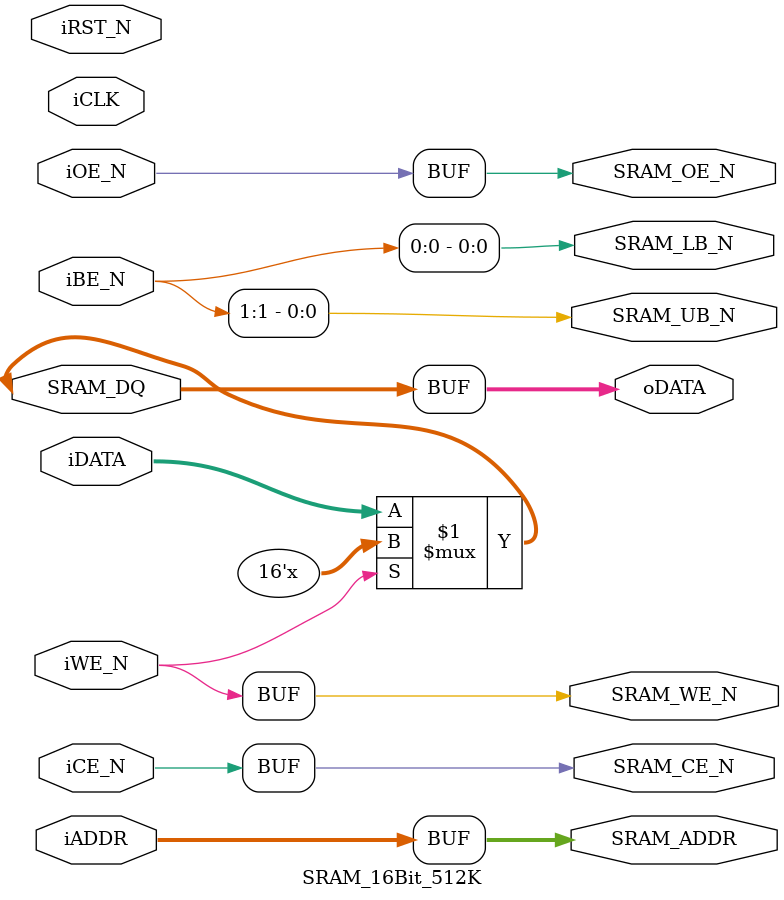
<source format=v>
module	SRAM_16Bit_512K(//	Host Data
						oDATA,iDATA,iADDR,
						iWE_N,iOE_N,
						iCE_N,iCLK,
						iBE_N,
                                                iRST_N,// add this just for fit qsys
						//	SRAM
						SRAM_DQ,
						SRAM_ADDR,
						SRAM_UB_N,
						SRAM_LB_N,
						SRAM_WE_N,
						SRAM_CE_N,
						SRAM_OE_N
						);
//	Host Side
input	[15:0]	iDATA;
output	[15:0]	oDATA;
input	[17:0]	iADDR;
input			iWE_N,iOE_N;
input			iCE_N,iCLK;
input	[1:0]	iBE_N;
input  iRST_N;
//SRAM Side
inout	[15:0]	SRAM_DQ;
output	[17:0]	SRAM_ADDR;
output			SRAM_UB_N,
				SRAM_LB_N,
				SRAM_WE_N,
				SRAM_CE_N,
				SRAM_OE_N;

assign	SRAM_DQ 	=	SRAM_WE_N ? 16'hzzzz : iDATA;
assign	oDATA		=	SRAM_DQ;
assign	SRAM_ADDR	=	iADDR;
assign	SRAM_WE_N	=	iWE_N;
assign	SRAM_OE_N	=	iOE_N;
assign	SRAM_CE_N	=	iCE_N;
assign	SRAM_UB_N	=	iBE_N[1];
assign	SRAM_LB_N	=	iBE_N[0];

endmodule

</source>
